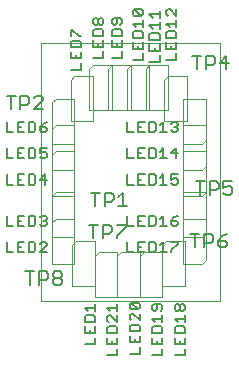
<source format=gto>
G75*
%MOIN*%
%OFA0B0*%
%FSLAX24Y24*%
%IPPOS*%
%LPD*%
%AMOC8*
5,1,8,0,0,1.08239X$1,22.5*
%
%ADD10C,0.0000*%
%ADD11C,0.0040*%
%ADD12C,0.0060*%
%ADD13C,0.0050*%
D10*
X002767Y002767D02*
X002767Y011367D01*
X008740Y011367D01*
X008740Y002767D01*
X002767Y002767D01*
D11*
X003829Y003267D02*
X003829Y004642D01*
X003954Y004767D01*
X004579Y004767D01*
X004579Y003267D01*
X003829Y003267D01*
X004579Y002892D02*
X004579Y004267D01*
X004704Y004392D01*
X005329Y004392D01*
X005329Y002892D01*
X005329Y004267D01*
X005454Y004392D01*
X006079Y004392D01*
X006079Y002892D01*
X006079Y004267D01*
X006204Y004392D01*
X006829Y004392D01*
X006829Y002892D01*
X006079Y002892D01*
X005329Y002892D01*
X004579Y002892D01*
X006829Y003267D02*
X006829Y004642D01*
X006954Y004767D01*
X007579Y004767D01*
X007579Y003267D01*
X006829Y003267D01*
X007517Y004017D02*
X007517Y005517D01*
X008267Y005517D01*
X008267Y004142D01*
X008142Y004017D01*
X007517Y004017D01*
X003892Y004017D02*
X003142Y004017D01*
X003142Y005392D01*
X003267Y005517D01*
X003892Y005517D01*
X003892Y004017D01*
X003892Y004892D02*
X003142Y004892D01*
X003142Y006267D01*
X003142Y007642D01*
X003267Y007767D01*
X003892Y007767D01*
X003892Y006267D01*
X003142Y006267D01*
X003267Y006392D01*
X003892Y006392D01*
X003892Y004892D01*
X007517Y004892D02*
X007517Y006392D01*
X008267Y006392D01*
X008267Y005017D01*
X008142Y004892D01*
X007517Y004892D01*
X007517Y006267D02*
X007517Y007767D01*
X008267Y007767D01*
X008267Y006392D01*
X008142Y006267D01*
X007517Y006267D01*
X007517Y007142D02*
X007517Y008642D01*
X008267Y008642D01*
X008267Y007267D01*
X008142Y007142D01*
X007517Y007142D01*
X003892Y007142D02*
X003142Y007142D01*
X003142Y008517D01*
X003267Y008642D01*
X003892Y008642D01*
X003892Y007142D01*
X003892Y008017D02*
X003142Y008017D01*
X003142Y009392D01*
X003267Y009517D01*
X003892Y009517D01*
X003892Y008017D01*
X003767Y008767D02*
X003767Y010142D01*
X003892Y010267D01*
X004517Y010267D01*
X004517Y008767D01*
X003767Y008767D01*
X004392Y009142D02*
X004392Y010517D01*
X004517Y010642D01*
X005142Y010642D01*
X005142Y009142D01*
X004392Y009142D01*
X005017Y009142D02*
X005017Y010517D01*
X005142Y010642D01*
X005767Y010642D01*
X005642Y010517D01*
X005642Y009142D01*
X006392Y009142D01*
X006392Y010642D01*
X005767Y010642D01*
X005767Y009142D01*
X005017Y009142D01*
X006267Y009142D02*
X006267Y010517D01*
X006392Y010642D01*
X007017Y010642D01*
X007017Y009142D01*
X006267Y009142D01*
X007517Y009517D02*
X008267Y009517D01*
X008267Y008142D01*
X008142Y008017D01*
X007517Y008017D01*
X007517Y009517D01*
X006892Y010142D02*
X007017Y010267D01*
X007642Y010267D01*
X007642Y008767D01*
X006892Y008767D01*
X006892Y010142D01*
D12*
X005324Y000955D02*
X004984Y000955D01*
X005324Y000955D02*
X005324Y001182D01*
X005324Y001323D02*
X005324Y001550D01*
X005324Y001692D02*
X005324Y001862D01*
X005267Y001919D01*
X005041Y001919D01*
X004984Y001862D01*
X004984Y001692D01*
X005324Y001692D01*
X004984Y001550D02*
X004984Y001323D01*
X005324Y001323D01*
X005154Y001323D02*
X005154Y001437D01*
X005734Y001386D02*
X005734Y001613D01*
X005734Y001754D02*
X005734Y001924D01*
X005791Y001981D01*
X006017Y001981D01*
X006074Y001924D01*
X006074Y001754D01*
X005734Y001754D01*
X005904Y001499D02*
X005904Y001386D01*
X005734Y001386D02*
X006074Y001386D01*
X006074Y001613D01*
X006484Y001550D02*
X006484Y001323D01*
X006824Y001323D01*
X006824Y001550D01*
X006824Y001692D02*
X006824Y001862D01*
X006767Y001919D01*
X006541Y001919D01*
X006484Y001862D01*
X006484Y001692D01*
X006824Y001692D01*
X007234Y001692D02*
X007234Y001862D01*
X007291Y001919D01*
X007517Y001919D01*
X007574Y001862D01*
X007574Y001692D01*
X007234Y001692D01*
X007234Y001550D02*
X007234Y001323D01*
X007574Y001323D01*
X007574Y001550D01*
X007404Y001437D02*
X007404Y001323D01*
X007574Y001182D02*
X007574Y000955D01*
X007234Y000955D01*
X006824Y000955D02*
X006824Y001182D01*
X006654Y001323D02*
X006654Y001437D01*
X006074Y001244D02*
X006074Y001018D01*
X005734Y001018D01*
X006484Y000955D02*
X006824Y000955D01*
X004574Y001323D02*
X004574Y001550D01*
X004574Y001692D02*
X004574Y001919D01*
X004574Y002060D02*
X004574Y002230D01*
X004517Y002287D01*
X004291Y002287D01*
X004234Y002230D01*
X004234Y002060D01*
X004574Y002060D01*
X004404Y001805D02*
X004404Y001692D01*
X004234Y001692D02*
X004574Y001692D01*
X004234Y001692D02*
X004234Y001919D01*
X004984Y002117D02*
X005041Y002060D01*
X004984Y002117D02*
X004984Y002230D01*
X005041Y002287D01*
X005097Y002287D01*
X005324Y002060D01*
X005324Y002287D01*
X005324Y002428D02*
X005324Y002655D01*
X005324Y002542D02*
X004984Y002542D01*
X005097Y002428D01*
X004574Y002428D02*
X004574Y002655D01*
X004574Y002542D02*
X004234Y002542D01*
X004347Y002428D01*
X005734Y002548D02*
X005734Y002661D01*
X005791Y002718D01*
X006017Y002491D01*
X006074Y002548D01*
X006074Y002661D01*
X006017Y002718D01*
X005791Y002718D01*
X005734Y002548D02*
X005791Y002491D01*
X006017Y002491D01*
X006074Y002349D02*
X006074Y002123D01*
X005847Y002349D01*
X005791Y002349D01*
X005734Y002293D01*
X005734Y002179D01*
X005791Y002123D01*
X006484Y002173D02*
X006597Y002060D01*
X006484Y002173D02*
X006824Y002173D01*
X006824Y002060D02*
X006824Y002287D01*
X006767Y002428D02*
X006824Y002485D01*
X006824Y002598D01*
X006767Y002655D01*
X006541Y002655D01*
X006484Y002598D01*
X006484Y002485D01*
X006541Y002428D01*
X006597Y002428D01*
X006654Y002485D01*
X006654Y002655D01*
X007234Y002598D02*
X007291Y002655D01*
X007347Y002655D01*
X007404Y002598D01*
X007404Y002485D01*
X007347Y002428D01*
X007291Y002428D01*
X007234Y002485D01*
X007234Y002598D01*
X007404Y002598D02*
X007461Y002655D01*
X007517Y002655D01*
X007574Y002598D01*
X007574Y002485D01*
X007517Y002428D01*
X007461Y002428D01*
X007404Y002485D01*
X007574Y002287D02*
X007574Y002060D01*
X007574Y002173D02*
X007234Y002173D01*
X007347Y002060D01*
X004574Y001323D02*
X004234Y001323D01*
X002968Y004397D02*
X002741Y004397D01*
X002968Y004624D01*
X002968Y004680D01*
X002911Y004737D01*
X002798Y004737D01*
X002741Y004680D01*
X002599Y004680D02*
X002543Y004737D01*
X002373Y004737D01*
X002373Y004397D01*
X002543Y004397D01*
X002599Y004453D01*
X002599Y004680D01*
X002231Y004737D02*
X002004Y004737D01*
X002004Y004397D01*
X002231Y004397D01*
X002118Y004567D02*
X002004Y004567D01*
X001863Y004397D02*
X001636Y004397D01*
X001636Y004737D01*
X001636Y005272D02*
X001863Y005272D01*
X002004Y005272D02*
X002231Y005272D01*
X002373Y005272D02*
X002543Y005272D01*
X002599Y005328D01*
X002599Y005555D01*
X002543Y005612D01*
X002373Y005612D01*
X002373Y005272D01*
X002118Y005442D02*
X002004Y005442D01*
X002004Y005612D02*
X002004Y005272D01*
X001636Y005272D02*
X001636Y005612D01*
X002004Y005612D02*
X002231Y005612D01*
X002741Y005555D02*
X002798Y005612D01*
X002911Y005612D01*
X002968Y005555D01*
X002968Y005499D01*
X002911Y005442D01*
X002968Y005385D01*
X002968Y005328D01*
X002911Y005272D01*
X002798Y005272D01*
X002741Y005328D01*
X002854Y005442D02*
X002911Y005442D01*
X005643Y005612D02*
X005643Y005272D01*
X005869Y005272D01*
X006011Y005272D02*
X006238Y005272D01*
X006379Y005272D02*
X006549Y005272D01*
X006606Y005328D01*
X006606Y005555D01*
X006549Y005612D01*
X006379Y005612D01*
X006379Y005272D01*
X006124Y005442D02*
X006011Y005442D01*
X006011Y005612D02*
X006011Y005272D01*
X006748Y005272D02*
X006974Y005272D01*
X006861Y005272D02*
X006861Y005612D01*
X006748Y005499D01*
X007116Y005442D02*
X007116Y005328D01*
X007173Y005272D01*
X007286Y005272D01*
X007343Y005328D01*
X007343Y005385D01*
X007286Y005442D01*
X007116Y005442D01*
X007229Y005555D01*
X007343Y005612D01*
X006238Y005612D02*
X006011Y005612D01*
X006011Y004737D02*
X006011Y004397D01*
X006238Y004397D01*
X006379Y004397D02*
X006549Y004397D01*
X006606Y004453D01*
X006606Y004680D01*
X006549Y004737D01*
X006379Y004737D01*
X006379Y004397D01*
X006124Y004567D02*
X006011Y004567D01*
X006011Y004737D02*
X006238Y004737D01*
X006748Y004624D02*
X006861Y004737D01*
X006861Y004397D01*
X006748Y004397D02*
X006974Y004397D01*
X007116Y004397D02*
X007116Y004453D01*
X007343Y004680D01*
X007343Y004737D01*
X007116Y004737D01*
X005869Y004397D02*
X005643Y004397D01*
X005643Y004737D01*
X005643Y006647D02*
X005869Y006647D01*
X006011Y006647D02*
X006238Y006647D01*
X006379Y006647D02*
X006549Y006647D01*
X006606Y006703D01*
X006606Y006930D01*
X006549Y006987D01*
X006379Y006987D01*
X006379Y006647D01*
X006124Y006817D02*
X006011Y006817D01*
X006011Y006987D02*
X006011Y006647D01*
X005643Y006647D02*
X005643Y006987D01*
X006011Y006987D02*
X006238Y006987D01*
X006748Y006874D02*
X006861Y006987D01*
X006861Y006647D01*
X006748Y006647D02*
X006974Y006647D01*
X007116Y006703D02*
X007173Y006647D01*
X007286Y006647D01*
X007343Y006703D01*
X007343Y006817D01*
X007286Y006874D01*
X007229Y006874D01*
X007116Y006817D01*
X007116Y006987D01*
X007343Y006987D01*
X007286Y007522D02*
X007286Y007862D01*
X007116Y007692D01*
X007343Y007692D01*
X006974Y007522D02*
X006748Y007522D01*
X006861Y007522D02*
X006861Y007862D01*
X006748Y007749D01*
X006606Y007805D02*
X006549Y007862D01*
X006379Y007862D01*
X006379Y007522D01*
X006549Y007522D01*
X006606Y007578D01*
X006606Y007805D01*
X006238Y007862D02*
X006011Y007862D01*
X006011Y007522D01*
X006238Y007522D01*
X006124Y007692D02*
X006011Y007692D01*
X005869Y007522D02*
X005643Y007522D01*
X005643Y007862D01*
X005643Y008397D02*
X005869Y008397D01*
X006011Y008397D02*
X006238Y008397D01*
X006379Y008397D02*
X006549Y008397D01*
X006606Y008453D01*
X006606Y008680D01*
X006549Y008737D01*
X006379Y008737D01*
X006379Y008397D01*
X006124Y008567D02*
X006011Y008567D01*
X006011Y008737D02*
X006011Y008397D01*
X005643Y008397D02*
X005643Y008737D01*
X006011Y008737D02*
X006238Y008737D01*
X006748Y008624D02*
X006861Y008737D01*
X006861Y008397D01*
X006748Y008397D02*
X006974Y008397D01*
X007116Y008453D02*
X007173Y008397D01*
X007286Y008397D01*
X007343Y008453D01*
X007343Y008510D01*
X007286Y008567D01*
X007229Y008567D01*
X007286Y008567D02*
X007343Y008624D01*
X007343Y008680D01*
X007286Y008737D01*
X007173Y008737D01*
X007116Y008680D01*
X002968Y008737D02*
X002854Y008680D01*
X002741Y008567D01*
X002911Y008567D01*
X002968Y008510D01*
X002968Y008453D01*
X002911Y008397D01*
X002798Y008397D01*
X002741Y008453D01*
X002741Y008567D01*
X002599Y008680D02*
X002599Y008453D01*
X002543Y008397D01*
X002373Y008397D01*
X002373Y008737D01*
X002543Y008737D01*
X002599Y008680D01*
X002231Y008737D02*
X002004Y008737D01*
X002004Y008397D01*
X002231Y008397D01*
X002118Y008567D02*
X002004Y008567D01*
X001863Y008397D02*
X001636Y008397D01*
X001636Y008737D01*
X001636Y007862D02*
X001636Y007522D01*
X001863Y007522D01*
X002004Y007522D02*
X002231Y007522D01*
X002373Y007522D02*
X002543Y007522D01*
X002599Y007578D01*
X002599Y007805D01*
X002543Y007862D01*
X002373Y007862D01*
X002373Y007522D01*
X002118Y007692D02*
X002004Y007692D01*
X002004Y007862D02*
X002004Y007522D01*
X002741Y007578D02*
X002798Y007522D01*
X002911Y007522D01*
X002968Y007578D01*
X002968Y007692D01*
X002911Y007749D01*
X002854Y007749D01*
X002741Y007692D01*
X002741Y007862D01*
X002968Y007862D01*
X002231Y007862D02*
X002004Y007862D01*
X002004Y006987D02*
X002004Y006647D01*
X002231Y006647D01*
X002373Y006647D02*
X002543Y006647D01*
X002599Y006703D01*
X002599Y006930D01*
X002543Y006987D01*
X002373Y006987D01*
X002373Y006647D01*
X002118Y006817D02*
X002004Y006817D01*
X002004Y006987D02*
X002231Y006987D01*
X002741Y006817D02*
X002968Y006817D01*
X002911Y006647D02*
X002911Y006987D01*
X002741Y006817D01*
X001863Y006647D02*
X001636Y006647D01*
X001636Y006987D01*
X003771Y010484D02*
X004112Y010484D01*
X004112Y010711D01*
X004112Y010852D02*
X004112Y011079D01*
X004112Y011221D02*
X004112Y011391D01*
X004055Y011448D01*
X003828Y011448D01*
X003771Y011391D01*
X003771Y011221D01*
X004112Y011221D01*
X003771Y011079D02*
X003771Y010852D01*
X004112Y010852D01*
X003942Y010852D02*
X003942Y010966D01*
X004521Y010859D02*
X004862Y010859D01*
X004862Y011086D01*
X004862Y011227D02*
X004862Y011454D01*
X004862Y011596D02*
X004862Y011766D01*
X004805Y011823D01*
X004578Y011823D01*
X004521Y011766D01*
X004521Y011596D01*
X004862Y011596D01*
X005146Y011596D02*
X005146Y011766D01*
X005203Y011823D01*
X005430Y011823D01*
X005487Y011766D01*
X005487Y011596D01*
X005146Y011596D01*
X005146Y011454D02*
X005146Y011227D01*
X005487Y011227D01*
X005487Y011454D01*
X005317Y011341D02*
X005317Y011227D01*
X005487Y011086D02*
X005487Y010859D01*
X005146Y010859D01*
X005834Y010797D02*
X006174Y010797D01*
X006174Y011024D01*
X006174Y011165D02*
X006174Y011392D01*
X006174Y011533D02*
X006174Y011703D01*
X006117Y011760D01*
X005891Y011760D01*
X005834Y011703D01*
X005834Y011533D01*
X006174Y011533D01*
X006396Y011471D02*
X006396Y011641D01*
X006453Y011698D01*
X006680Y011698D01*
X006737Y011641D01*
X006737Y011471D01*
X006396Y011471D01*
X006396Y011329D02*
X006396Y011102D01*
X006737Y011102D01*
X006737Y011329D01*
X006567Y011216D02*
X006567Y011102D01*
X006737Y010961D02*
X006737Y010734D01*
X006396Y010734D01*
X006959Y010797D02*
X007299Y010797D01*
X007299Y011024D01*
X007299Y011165D02*
X006959Y011165D01*
X006959Y011392D01*
X006959Y011533D02*
X006959Y011703D01*
X007016Y011760D01*
X007242Y011760D01*
X007299Y011703D01*
X007299Y011533D01*
X006959Y011533D01*
X007129Y011278D02*
X007129Y011165D01*
X007299Y011165D02*
X007299Y011392D01*
X006737Y011839D02*
X006737Y012066D01*
X006737Y011953D02*
X006396Y011953D01*
X006510Y011839D01*
X006174Y011902D02*
X006174Y012128D01*
X006174Y012015D02*
X005834Y012015D01*
X005947Y011902D01*
X005487Y012021D02*
X005487Y012134D01*
X005430Y012191D01*
X005203Y012191D01*
X005146Y012134D01*
X005146Y012021D01*
X005203Y011964D01*
X005260Y011964D01*
X005317Y012021D01*
X005317Y012191D01*
X005487Y012021D02*
X005430Y011964D01*
X004862Y012021D02*
X004862Y012134D01*
X004805Y012191D01*
X004748Y012191D01*
X004692Y012134D01*
X004692Y012021D01*
X004635Y011964D01*
X004578Y011964D01*
X004521Y012021D01*
X004521Y012134D01*
X004578Y012191D01*
X004635Y012191D01*
X004692Y012134D01*
X004692Y012021D02*
X004748Y011964D01*
X004805Y011964D01*
X004862Y012021D01*
X004055Y011589D02*
X003828Y011816D01*
X003771Y011816D01*
X003771Y011589D01*
X004055Y011589D02*
X004112Y011589D01*
X004521Y011454D02*
X004521Y011227D01*
X004862Y011227D01*
X004692Y011227D02*
X004692Y011341D01*
X005834Y011392D02*
X005834Y011165D01*
X006174Y011165D01*
X006004Y011165D02*
X006004Y011278D01*
X006959Y012015D02*
X007299Y012015D01*
X007299Y011902D02*
X007299Y012128D01*
X007299Y012270D02*
X007072Y012497D01*
X007016Y012497D01*
X006959Y012440D01*
X006959Y012327D01*
X007016Y012270D01*
X007299Y012270D02*
X007299Y012497D01*
X006737Y012434D02*
X006737Y012207D01*
X006737Y012321D02*
X006396Y012321D01*
X006510Y012207D01*
X006174Y012327D02*
X006174Y012440D01*
X006117Y012497D01*
X005891Y012497D01*
X006117Y012270D01*
X006174Y012327D01*
X006117Y012270D02*
X005891Y012270D01*
X005834Y012327D01*
X005834Y012440D01*
X005891Y012497D01*
X006959Y012015D02*
X007072Y011902D01*
D13*
X007817Y010942D02*
X008117Y010942D01*
X007967Y010942D02*
X007967Y010492D01*
X008277Y010492D02*
X008277Y010942D01*
X008502Y010942D01*
X008577Y010867D01*
X008577Y010717D01*
X008502Y010642D01*
X008277Y010642D01*
X008737Y010717D02*
X009038Y010717D01*
X008963Y010942D02*
X008737Y010717D01*
X008963Y010492D02*
X008963Y010942D01*
X002857Y009529D02*
X002781Y009605D01*
X002631Y009605D01*
X002556Y009529D01*
X002396Y009529D02*
X002396Y009379D01*
X002321Y009304D01*
X002096Y009304D01*
X002096Y009154D02*
X002096Y009605D01*
X002321Y009605D01*
X002396Y009529D01*
X002556Y009154D02*
X002857Y009454D01*
X002857Y009529D01*
X002857Y009154D02*
X002556Y009154D01*
X001786Y009154D02*
X001786Y009605D01*
X001936Y009605D02*
X001635Y009605D01*
X007942Y006755D02*
X008242Y006755D01*
X008092Y006755D02*
X008092Y006304D01*
X008402Y006304D02*
X008402Y006755D01*
X008627Y006755D01*
X008702Y006679D01*
X008702Y006529D01*
X008627Y006454D01*
X008402Y006454D01*
X008862Y006379D02*
X008938Y006304D01*
X009088Y006304D01*
X009163Y006379D01*
X009163Y006529D01*
X009088Y006604D01*
X009013Y006604D01*
X008862Y006529D01*
X008862Y006755D01*
X009163Y006755D01*
X005663Y005929D02*
X005362Y005929D01*
X005513Y005929D02*
X005513Y006380D01*
X005362Y006229D01*
X005202Y006304D02*
X005202Y006154D01*
X005127Y006079D01*
X004902Y006079D01*
X004902Y005929D02*
X004902Y006380D01*
X005127Y006380D01*
X005202Y006304D01*
X004742Y006380D02*
X004442Y006380D01*
X004592Y006380D02*
X004592Y005929D01*
X004529Y005317D02*
X004529Y004867D01*
X004840Y004867D02*
X004840Y005317D01*
X005065Y005317D01*
X005140Y005242D01*
X005140Y005092D01*
X005065Y005017D01*
X004840Y005017D01*
X005300Y004942D02*
X005300Y004867D01*
X005300Y004942D02*
X005600Y005242D01*
X005600Y005317D01*
X005300Y005317D01*
X004679Y005317D02*
X004379Y005317D01*
X007754Y005005D02*
X008054Y005005D01*
X007904Y005005D02*
X007904Y004554D01*
X008215Y004554D02*
X008215Y005005D01*
X008440Y005005D01*
X008515Y004929D01*
X008515Y004779D01*
X008440Y004704D01*
X008215Y004704D01*
X008675Y004779D02*
X008675Y004629D01*
X008750Y004554D01*
X008900Y004554D01*
X008975Y004629D01*
X008975Y004704D01*
X008900Y004779D01*
X008675Y004779D01*
X008825Y004929D01*
X008975Y005005D01*
X003475Y003679D02*
X003475Y003604D01*
X003400Y003529D01*
X003250Y003529D01*
X003175Y003604D01*
X003175Y003679D01*
X003250Y003755D01*
X003400Y003755D01*
X003475Y003679D01*
X003400Y003529D02*
X003475Y003454D01*
X003475Y003379D01*
X003400Y003304D01*
X003250Y003304D01*
X003175Y003379D01*
X003175Y003454D01*
X003250Y003529D01*
X003015Y003529D02*
X002940Y003454D01*
X002715Y003454D01*
X002715Y003304D02*
X002715Y003755D01*
X002940Y003755D01*
X003015Y003679D01*
X003015Y003529D01*
X002404Y003304D02*
X002404Y003755D01*
X002254Y003755D02*
X002554Y003755D01*
M02*

</source>
